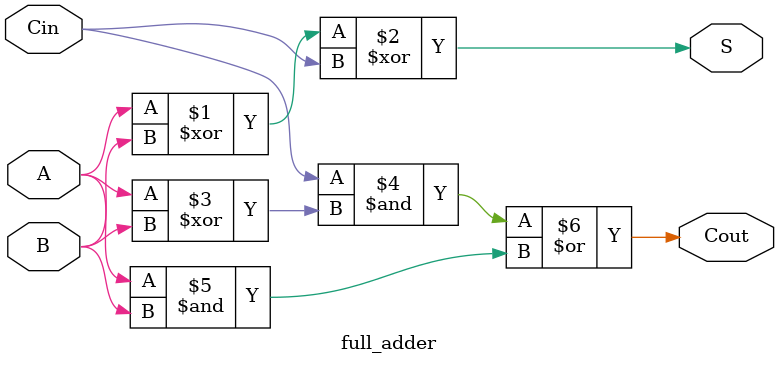
<source format=v>
`timescale 1ns / 1ps

module full_adder(
    input A,
    input B,
    input Cin,
    output S,
    output Cout
    );

assign S = (A^B)^Cin;
assign Cout= Cin&(A^B)|(A&B);

endmodule
</source>
